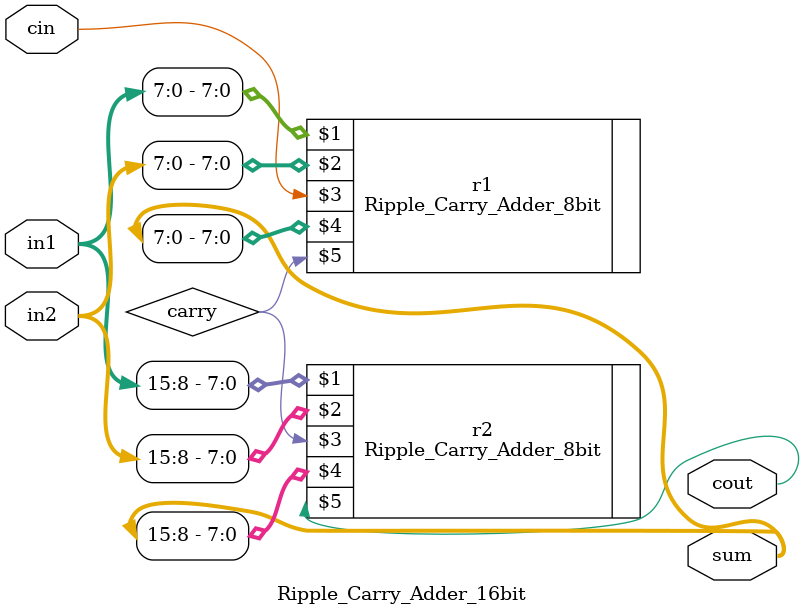
<source format=v>
`timescale 1ns / 1ps
module Ripple_Carry_Adder_16bit(input[15:0] in1,input[15:0] in2, input cin, output [15:0] sum, output cout);
wire carry;
Ripple_Carry_Adder_8bit r1(in1[7:0],in2[7:0],cin,sum[7:0],carry);
Ripple_Carry_Adder_8bit r2(in1[15:8],in2[15:8],carry,sum[15:8],cout);

endmodule

</source>
